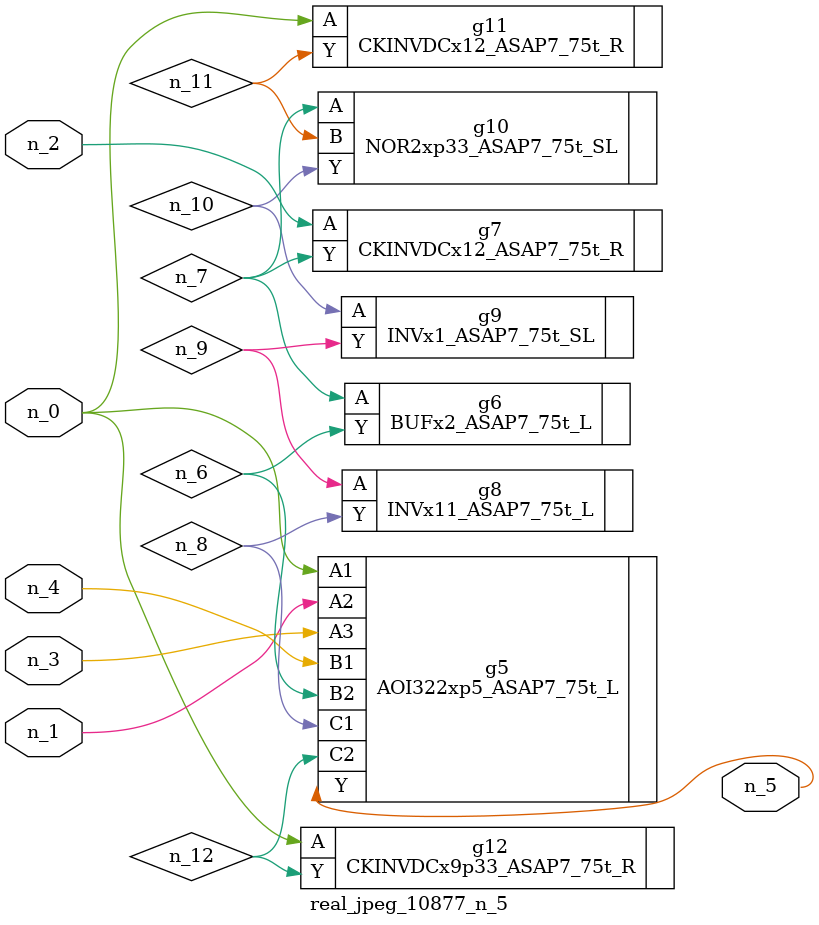
<source format=v>
module real_jpeg_10877_n_5 (n_4, n_0, n_1, n_2, n_3, n_5);

input n_4;
input n_0;
input n_1;
input n_2;
input n_3;

output n_5;

wire n_12;
wire n_8;
wire n_11;
wire n_6;
wire n_7;
wire n_10;
wire n_9;

AOI322xp5_ASAP7_75t_L g5 ( 
.A1(n_0),
.A2(n_1),
.A3(n_3),
.B1(n_4),
.B2(n_6),
.C1(n_8),
.C2(n_12),
.Y(n_5)
);

CKINVDCx12_ASAP7_75t_R g11 ( 
.A(n_0),
.Y(n_11)
);

CKINVDCx9p33_ASAP7_75t_R g12 ( 
.A(n_0),
.Y(n_12)
);

CKINVDCx12_ASAP7_75t_R g7 ( 
.A(n_2),
.Y(n_7)
);

BUFx2_ASAP7_75t_L g6 ( 
.A(n_7),
.Y(n_6)
);

NOR2xp33_ASAP7_75t_SL g10 ( 
.A(n_7),
.B(n_11),
.Y(n_10)
);

INVx11_ASAP7_75t_L g8 ( 
.A(n_9),
.Y(n_8)
);

INVx1_ASAP7_75t_SL g9 ( 
.A(n_10),
.Y(n_9)
);


endmodule
</source>
